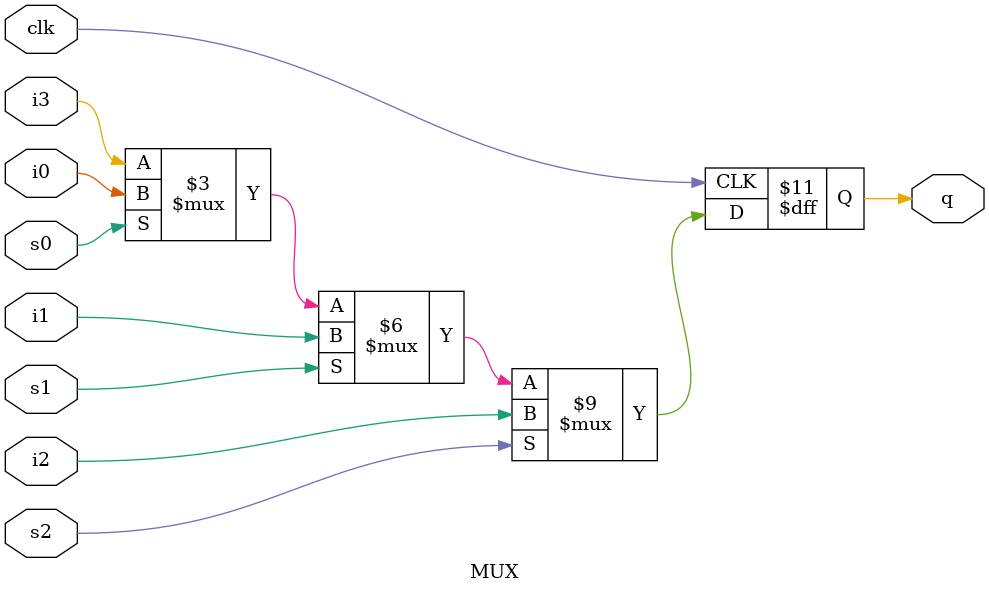
<source format=sv>
`timescale 1ns / 1ps


module MUX(
    input logic i0, i1, i2, i3,
    input logic s0,s1,s2,
    input logic clk,
    output logic q
    );
    
         always_ff@(posedge clk)
            if (s2)
                q <= i2;
            else if(s1)
                q <= i1;
            else if(s0)
                q <= i0;
            else
                q <= i3;
    
endmodule

</source>
